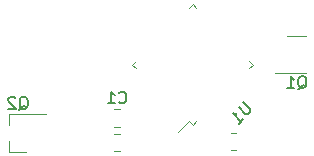
<source format=gbr>
%TF.GenerationSoftware,KiCad,Pcbnew,7.0.5-7.0.5~ubuntu20.04.1*%
%TF.CreationDate,2023-07-18T12:45:14+02:00*%
%TF.ProjectId,EpromEMU_TOP_new_STM32F3,4570726f-6d45-44d5-955f-544f505f6e65,rev?*%
%TF.SameCoordinates,Original*%
%TF.FileFunction,Legend,Bot*%
%TF.FilePolarity,Positive*%
%FSLAX46Y46*%
G04 Gerber Fmt 4.6, Leading zero omitted, Abs format (unit mm)*
G04 Created by KiCad (PCBNEW 7.0.5-7.0.5~ubuntu20.04.1) date 2023-07-18 12:45:14*
%MOMM*%
%LPD*%
G01*
G04 APERTURE LIST*
%ADD10C,0.150000*%
%ADD11C,0.120000*%
G04 APERTURE END LIST*
D10*
%TO.C,U1*%
X125075006Y-95619574D02*
X125647426Y-96191994D01*
X125647426Y-96191994D02*
X125681098Y-96293009D01*
X125681098Y-96293009D02*
X125681098Y-96360353D01*
X125681098Y-96360353D02*
X125647426Y-96461368D01*
X125647426Y-96461368D02*
X125512739Y-96596055D01*
X125512739Y-96596055D02*
X125411724Y-96629727D01*
X125411724Y-96629727D02*
X125344380Y-96629727D01*
X125344380Y-96629727D02*
X125243365Y-96596055D01*
X125243365Y-96596055D02*
X124670945Y-96023635D01*
X124670945Y-97437849D02*
X125075006Y-97033788D01*
X124872976Y-97235818D02*
X124165869Y-96528712D01*
X124165869Y-96528712D02*
X124334228Y-96562383D01*
X124334228Y-96562383D02*
X124468915Y-96562383D01*
X124468915Y-96562383D02*
X124569930Y-96528712D01*
%TO.C,Q2*%
X106089438Y-96246457D02*
X106184676Y-96198838D01*
X106184676Y-96198838D02*
X106279914Y-96103600D01*
X106279914Y-96103600D02*
X106422771Y-95960742D01*
X106422771Y-95960742D02*
X106518009Y-95913123D01*
X106518009Y-95913123D02*
X106613247Y-95913123D01*
X106565628Y-96151219D02*
X106660866Y-96103600D01*
X106660866Y-96103600D02*
X106756104Y-96008361D01*
X106756104Y-96008361D02*
X106803723Y-95817885D01*
X106803723Y-95817885D02*
X106803723Y-95484552D01*
X106803723Y-95484552D02*
X106756104Y-95294076D01*
X106756104Y-95294076D02*
X106660866Y-95198838D01*
X106660866Y-95198838D02*
X106565628Y-95151219D01*
X106565628Y-95151219D02*
X106375152Y-95151219D01*
X106375152Y-95151219D02*
X106279914Y-95198838D01*
X106279914Y-95198838D02*
X106184676Y-95294076D01*
X106184676Y-95294076D02*
X106137057Y-95484552D01*
X106137057Y-95484552D02*
X106137057Y-95817885D01*
X106137057Y-95817885D02*
X106184676Y-96008361D01*
X106184676Y-96008361D02*
X106279914Y-96103600D01*
X106279914Y-96103600D02*
X106375152Y-96151219D01*
X106375152Y-96151219D02*
X106565628Y-96151219D01*
X105756104Y-95246457D02*
X105708485Y-95198838D01*
X105708485Y-95198838D02*
X105613247Y-95151219D01*
X105613247Y-95151219D02*
X105375152Y-95151219D01*
X105375152Y-95151219D02*
X105279914Y-95198838D01*
X105279914Y-95198838D02*
X105232295Y-95246457D01*
X105232295Y-95246457D02*
X105184676Y-95341695D01*
X105184676Y-95341695D02*
X105184676Y-95436933D01*
X105184676Y-95436933D02*
X105232295Y-95579790D01*
X105232295Y-95579790D02*
X105803723Y-96151219D01*
X105803723Y-96151219D02*
X105184676Y-96151219D01*
%TO.C,Q1*%
X129691538Y-94491657D02*
X129786776Y-94444038D01*
X129786776Y-94444038D02*
X129882014Y-94348800D01*
X129882014Y-94348800D02*
X130024871Y-94205942D01*
X130024871Y-94205942D02*
X130120109Y-94158323D01*
X130120109Y-94158323D02*
X130215347Y-94158323D01*
X130167728Y-94396419D02*
X130262966Y-94348800D01*
X130262966Y-94348800D02*
X130358204Y-94253561D01*
X130358204Y-94253561D02*
X130405823Y-94063085D01*
X130405823Y-94063085D02*
X130405823Y-93729752D01*
X130405823Y-93729752D02*
X130358204Y-93539276D01*
X130358204Y-93539276D02*
X130262966Y-93444038D01*
X130262966Y-93444038D02*
X130167728Y-93396419D01*
X130167728Y-93396419D02*
X129977252Y-93396419D01*
X129977252Y-93396419D02*
X129882014Y-93444038D01*
X129882014Y-93444038D02*
X129786776Y-93539276D01*
X129786776Y-93539276D02*
X129739157Y-93729752D01*
X129739157Y-93729752D02*
X129739157Y-94063085D01*
X129739157Y-94063085D02*
X129786776Y-94253561D01*
X129786776Y-94253561D02*
X129882014Y-94348800D01*
X129882014Y-94348800D02*
X129977252Y-94396419D01*
X129977252Y-94396419D02*
X130167728Y-94396419D01*
X128786776Y-94396419D02*
X129358204Y-94396419D01*
X129072490Y-94396419D02*
X129072490Y-93396419D01*
X129072490Y-93396419D02*
X129167728Y-93539276D01*
X129167728Y-93539276D02*
X129262966Y-93634514D01*
X129262966Y-93634514D02*
X129358204Y-93682133D01*
%TO.C,C1*%
X114558066Y-95605980D02*
X114605685Y-95653600D01*
X114605685Y-95653600D02*
X114748542Y-95701219D01*
X114748542Y-95701219D02*
X114843780Y-95701219D01*
X114843780Y-95701219D02*
X114986637Y-95653600D01*
X114986637Y-95653600D02*
X115081875Y-95558361D01*
X115081875Y-95558361D02*
X115129494Y-95463123D01*
X115129494Y-95463123D02*
X115177113Y-95272647D01*
X115177113Y-95272647D02*
X115177113Y-95129790D01*
X115177113Y-95129790D02*
X115129494Y-94939314D01*
X115129494Y-94939314D02*
X115081875Y-94844076D01*
X115081875Y-94844076D02*
X114986637Y-94748838D01*
X114986637Y-94748838D02*
X114843780Y-94701219D01*
X114843780Y-94701219D02*
X114748542Y-94701219D01*
X114748542Y-94701219D02*
X114605685Y-94748838D01*
X114605685Y-94748838D02*
X114558066Y-94796457D01*
X113605685Y-95701219D02*
X114177113Y-95701219D01*
X113891399Y-95701219D02*
X113891399Y-94701219D01*
X113891399Y-94701219D02*
X113986637Y-94844076D01*
X113986637Y-94844076D02*
X114081875Y-94939314D01*
X114081875Y-94939314D02*
X114177113Y-94986933D01*
D11*
%TO.C,U1*%
X125890496Y-92407249D02*
X125572298Y-92089051D01*
X120466987Y-97194362D02*
X119554819Y-98106530D01*
X115998072Y-92089051D02*
X115679874Y-92407249D01*
X121103383Y-97194362D02*
X120785185Y-97512560D01*
X120785185Y-87301938D02*
X121103383Y-87620136D01*
X120466987Y-87620136D02*
X120785185Y-87301938D01*
X120785185Y-97512560D02*
X120466987Y-97194362D01*
X115679874Y-92407249D02*
X115998072Y-92725447D01*
X125572298Y-92725447D02*
X125890496Y-92407249D01*
%TO.C,R6*%
X124004336Y-99642600D02*
X124458464Y-99642600D01*
X124004336Y-98172600D02*
X124458464Y-98172600D01*
%TO.C,Q2*%
X105234200Y-96616400D02*
X108394200Y-96616400D01*
X105234200Y-99776400D02*
X106694200Y-99776400D01*
X105234200Y-99776400D02*
X105234200Y-98846400D01*
X105234200Y-96616400D02*
X105234200Y-97546400D01*
%TO.C,Q1*%
X129596300Y-89981600D02*
X130396300Y-89981600D01*
X129596300Y-89981600D02*
X128796300Y-89981600D01*
X129596300Y-93101600D02*
X130396300Y-93101600D01*
X129596300Y-93101600D02*
X127796300Y-93101600D01*
%TO.C,C3*%
X114140348Y-98248800D02*
X114662852Y-98248800D01*
X114140348Y-99718800D02*
X114662852Y-99718800D01*
%TO.C,C1*%
X114652652Y-97661400D02*
X114130148Y-97661400D01*
X114652652Y-96191400D02*
X114130148Y-96191400D01*
%TD*%
M02*

</source>
